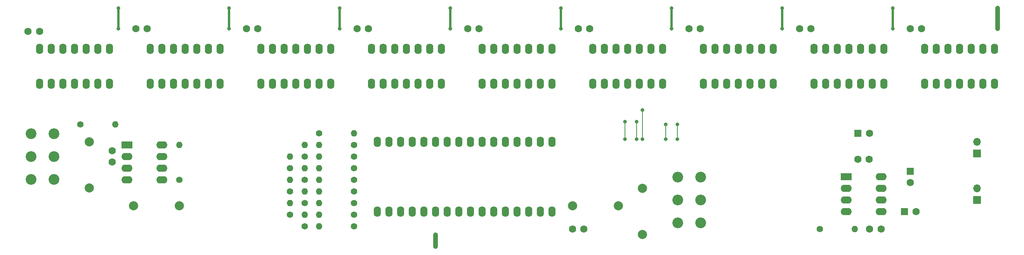
<source format=gbr>
G04 #@! TF.FileFunction,Copper,L1,Top,Signal*
%FSLAX46Y46*%
G04 Gerber Fmt 4.6, Leading zero omitted, Abs format (unit mm)*
G04 Created by KiCad (PCBNEW 4.0.7-e2-6376~58~ubuntu16.04.1) date Wed Apr  4 21:12:27 2018*
%MOMM*%
%LPD*%
G01*
G04 APERTURE LIST*
%ADD10C,0.100000*%
%ADD11O,1.600000X2.300000*%
%ADD12C,1.400000*%
%ADD13O,1.400000X1.400000*%
%ADD14C,2.000000*%
%ADD15C,2.340000*%
%ADD16R,2.400000X1.600000*%
%ADD17O,2.400000X1.600000*%
%ADD18R,1.600000X1.600000*%
%ADD19C,1.600000*%
%ADD20R,1.700000X1.700000*%
%ADD21O,1.700000X1.700000*%
%ADD22C,0.800000*%
%ADD23C,1.000000*%
%ADD24C,0.500000*%
%ADD25C,0.200000*%
G04 APERTURE END LIST*
D10*
D11*
X21590000Y40640000D03*
X24130000Y40640000D03*
X26670000Y40640000D03*
X29210000Y40640000D03*
X31750000Y40640000D03*
X34290000Y40640000D03*
X36830000Y40640000D03*
X36830000Y48260000D03*
X34290000Y48260000D03*
X31750000Y48260000D03*
X29210000Y48260000D03*
X26670000Y48260000D03*
X24130000Y48260000D03*
X21590000Y48260000D03*
D12*
X90170000Y19685000D03*
D13*
X82550000Y19685000D03*
D11*
X133350000Y27940000D03*
X130810000Y27940000D03*
X128270000Y27940000D03*
X125730000Y27940000D03*
X123190000Y27940000D03*
X120650000Y27940000D03*
X118110000Y27940000D03*
X115570000Y27940000D03*
X113030000Y27940000D03*
X110490000Y27940000D03*
X107950000Y27940000D03*
X105410000Y27940000D03*
X102870000Y27940000D03*
X100330000Y27940000D03*
X97790000Y27940000D03*
X95250000Y27940000D03*
X95250000Y12700000D03*
X97790000Y12700000D03*
X100330000Y12700000D03*
X102870000Y12700000D03*
X105410000Y12700000D03*
X107950000Y12700000D03*
X110490000Y12700000D03*
X113030000Y12700000D03*
X115570000Y12700000D03*
X118110000Y12700000D03*
X120650000Y12700000D03*
X123190000Y12700000D03*
X125730000Y12700000D03*
X128270000Y12700000D03*
X130810000Y12700000D03*
X133350000Y12700000D03*
D12*
X30480000Y31750000D03*
D13*
X38100000Y31750000D03*
D11*
X69850000Y40640000D03*
X72390000Y40640000D03*
X74930000Y40640000D03*
X77470000Y40640000D03*
X80010000Y40640000D03*
X82550000Y40640000D03*
X85090000Y40640000D03*
X85090000Y48260000D03*
X82550000Y48260000D03*
X80010000Y48260000D03*
X77470000Y48260000D03*
X74930000Y48260000D03*
X72390000Y48260000D03*
X69850000Y48260000D03*
X166370000Y40640000D03*
X168910000Y40640000D03*
X171450000Y40640000D03*
X173990000Y40640000D03*
X176530000Y40640000D03*
X179070000Y40640000D03*
X181610000Y40640000D03*
X181610000Y48260000D03*
X179070000Y48260000D03*
X176530000Y48260000D03*
X173990000Y48260000D03*
X171450000Y48260000D03*
X168910000Y48260000D03*
X166370000Y48260000D03*
X45720000Y40640000D03*
X48260000Y40640000D03*
X50800000Y40640000D03*
X53340000Y40640000D03*
X55880000Y40640000D03*
X58420000Y40640000D03*
X60960000Y40640000D03*
X60960000Y48260000D03*
X58420000Y48260000D03*
X55880000Y48260000D03*
X53340000Y48260000D03*
X50800000Y48260000D03*
X48260000Y48260000D03*
X45720000Y48260000D03*
X93980000Y40640000D03*
X96520000Y40640000D03*
X99060000Y40640000D03*
X101600000Y40640000D03*
X104140000Y40640000D03*
X106680000Y40640000D03*
X109220000Y40640000D03*
X109220000Y48260000D03*
X106680000Y48260000D03*
X104140000Y48260000D03*
X101600000Y48260000D03*
X99060000Y48260000D03*
X96520000Y48260000D03*
X93980000Y48260000D03*
X118110000Y40640000D03*
X120650000Y40640000D03*
X123190000Y40640000D03*
X125730000Y40640000D03*
X128270000Y40640000D03*
X130810000Y40640000D03*
X133350000Y40640000D03*
X133350000Y48260000D03*
X130810000Y48260000D03*
X128270000Y48260000D03*
X125730000Y48260000D03*
X123190000Y48260000D03*
X120650000Y48260000D03*
X118110000Y48260000D03*
X142240000Y40640000D03*
X144780000Y40640000D03*
X147320000Y40640000D03*
X149860000Y40640000D03*
X152400000Y40640000D03*
X154940000Y40640000D03*
X157480000Y40640000D03*
X157480000Y48260000D03*
X154940000Y48260000D03*
X152400000Y48260000D03*
X149860000Y48260000D03*
X147320000Y48260000D03*
X144780000Y48260000D03*
X142240000Y48260000D03*
X190500000Y40640000D03*
X193040000Y40640000D03*
X195580000Y40640000D03*
X198120000Y40640000D03*
X200660000Y40640000D03*
X203200000Y40640000D03*
X205740000Y40640000D03*
X205740000Y48260000D03*
X203200000Y48260000D03*
X200660000Y48260000D03*
X198120000Y48260000D03*
X195580000Y48260000D03*
X193040000Y48260000D03*
X190500000Y48260000D03*
X214630000Y40640000D03*
X217170000Y40640000D03*
X219710000Y40640000D03*
X222250000Y40640000D03*
X224790000Y40640000D03*
X227330000Y40640000D03*
X229870000Y40640000D03*
X229870000Y48260000D03*
X227330000Y48260000D03*
X224790000Y48260000D03*
X222250000Y48260000D03*
X219710000Y48260000D03*
X217170000Y48260000D03*
X214630000Y48260000D03*
D14*
X32385000Y17940000D03*
X32385000Y27940000D03*
D12*
X52070000Y19685000D03*
D13*
X52070000Y27305000D03*
D15*
X19685000Y19765000D03*
X19685000Y24765000D03*
X19685000Y29765000D03*
X24685000Y19765000D03*
X24685000Y24765000D03*
X24685000Y29765000D03*
D16*
X40640000Y27305000D03*
D17*
X48260000Y19685000D03*
X40640000Y24765000D03*
X48260000Y22225000D03*
X40640000Y22225000D03*
X48260000Y24765000D03*
X40640000Y19685000D03*
X48260000Y27305000D03*
D16*
X197485000Y20320000D03*
D17*
X205105000Y12700000D03*
X197485000Y17780000D03*
X205105000Y15240000D03*
X197485000Y15240000D03*
X205105000Y17780000D03*
X197485000Y12700000D03*
X205105000Y20320000D03*
D14*
X147795000Y13970000D03*
X137795000Y13970000D03*
X153035000Y17780000D03*
X153035000Y7780000D03*
D18*
X200065000Y29845000D03*
D19*
X202565000Y29845000D03*
D18*
X211455000Y21550000D03*
D19*
X211455000Y19050000D03*
D18*
X210225000Y12700000D03*
D19*
X212725000Y12700000D03*
D20*
X226060000Y15240000D03*
D21*
X226060000Y17780000D03*
D12*
X191770000Y8890000D03*
D13*
X199390000Y8890000D03*
D15*
X165735000Y20240000D03*
X165735000Y15240000D03*
X165735000Y10240000D03*
X160735000Y20240000D03*
X160735000Y15240000D03*
X160735000Y10240000D03*
D14*
X52070000Y13970000D03*
X42070000Y13970000D03*
D12*
X82550000Y29845000D03*
D13*
X90170000Y29845000D03*
D12*
X90170000Y27305000D03*
D13*
X82550000Y27305000D03*
D12*
X90170000Y24765000D03*
D13*
X82550000Y24765000D03*
D12*
X90170000Y22225000D03*
D13*
X82550000Y22225000D03*
D12*
X90170000Y17145000D03*
D13*
X82550000Y17145000D03*
D12*
X90170000Y14605000D03*
D13*
X82550000Y14605000D03*
D12*
X90170000Y12065000D03*
D13*
X82550000Y12065000D03*
D12*
X90170000Y9525000D03*
D13*
X82550000Y9525000D03*
D19*
X21550000Y52070000D03*
X19050000Y52070000D03*
X45045000Y52705000D03*
X42545000Y52705000D03*
X69175000Y52705000D03*
X66675000Y52705000D03*
X93305000Y52705000D03*
X90805000Y52705000D03*
X117435000Y52705000D03*
X114935000Y52705000D03*
X141565000Y52705000D03*
X139065000Y52705000D03*
X165695000Y52705000D03*
X163195000Y52705000D03*
X189825000Y52705000D03*
X187325000Y52705000D03*
X213955000Y52705000D03*
X211455000Y52705000D03*
X137795000Y8890000D03*
X140295000Y8890000D03*
X202525000Y24130000D03*
X200025000Y24130000D03*
X202605000Y8890000D03*
X205105000Y8890000D03*
X37425000Y23535000D03*
X37425000Y26035000D03*
D12*
X79375000Y24765000D03*
D13*
X79375000Y27305000D03*
D12*
X76200000Y22225000D03*
D13*
X76200000Y24765000D03*
D12*
X79375000Y19685000D03*
D13*
X79375000Y22225000D03*
D12*
X76200000Y17145000D03*
D13*
X76200000Y19685000D03*
D12*
X79375000Y14605000D03*
D13*
X79375000Y17145000D03*
D12*
X76200000Y12065000D03*
D13*
X76200000Y14605000D03*
D12*
X79375000Y9525000D03*
D13*
X79375000Y12065000D03*
D20*
X226060000Y25400000D03*
D21*
X226060000Y27940000D03*
D22*
X107950000Y5080000D03*
X107950000Y7620000D03*
X230505000Y57150000D03*
X230505000Y52705000D03*
X207645000Y57150000D03*
X183515000Y57150000D03*
X159385000Y57150000D03*
X135255000Y57150000D03*
X111125000Y57150000D03*
X62865000Y57150000D03*
X38735000Y57150000D03*
X38735000Y52705000D03*
X62865000Y52705000D03*
X86995000Y57150000D03*
X207645000Y52705000D03*
X183515000Y52705000D03*
X159385000Y52705000D03*
X135255000Y52705000D03*
X111125000Y52705000D03*
X86995000Y52705000D03*
X153035000Y34925000D03*
X153035000Y28575000D03*
X149225000Y28575000D03*
X149225000Y32385000D03*
X151765000Y28575000D03*
X151765000Y32385000D03*
X158115000Y28575000D03*
X158115000Y31750000D03*
X160655000Y28575000D03*
X160655000Y31750000D03*
D23*
X107950000Y7620000D02*
X107950000Y5080000D01*
X230505000Y52705000D02*
X230505000Y57150000D01*
D24*
X207645000Y52705000D02*
X207645000Y57150000D01*
X183515000Y52705000D02*
X183515000Y57150000D01*
X159385000Y52705000D02*
X159385000Y57150000D01*
X135255000Y52705000D02*
X135255000Y57150000D01*
X111125000Y52705000D02*
X111125000Y57150000D01*
X62865000Y52705000D02*
X62865000Y57150000D01*
X38735000Y52705000D02*
X38735000Y57150000D01*
X86995000Y52705000D02*
X86995000Y57150000D01*
D23*
X74930000Y40990000D02*
X74930000Y40640000D01*
X154940000Y48260000D02*
X154940000Y47910000D01*
X36830000Y48260000D02*
X36830000Y47910000D01*
X48260000Y40640000D02*
X48260000Y40990000D01*
X82550000Y40990000D02*
X82550000Y40640000D01*
X72390000Y40640000D02*
X72390000Y40990000D01*
X74930000Y48260000D02*
X74930000Y47910000D01*
X106680000Y40990000D02*
X106680000Y40640000D01*
D25*
X153035000Y28575000D02*
X153035000Y34925000D01*
D23*
X154940000Y40640000D02*
X154940000Y40990000D01*
D25*
X149225000Y32385000D02*
X149225000Y28575000D01*
X151765000Y32385000D02*
X151765000Y28575000D01*
D23*
X179070000Y40990000D02*
X179070000Y40640000D01*
X171450000Y47910000D02*
X171450000Y48260000D01*
X181610000Y48260000D02*
X181541334Y48260000D01*
D25*
X158115000Y31750000D02*
X158115000Y28575000D01*
D23*
X193040000Y40990000D02*
X193040000Y40640000D01*
X203200000Y40640000D02*
X203131334Y40640000D01*
D25*
X160655000Y31750000D02*
X160655000Y28575000D01*
D23*
X195580000Y47910000D02*
X195580000Y48260000D01*
X217170000Y40290000D02*
X217170000Y40640000D01*
X50800000Y40640000D02*
X50800000Y40290000D01*
M02*

</source>
